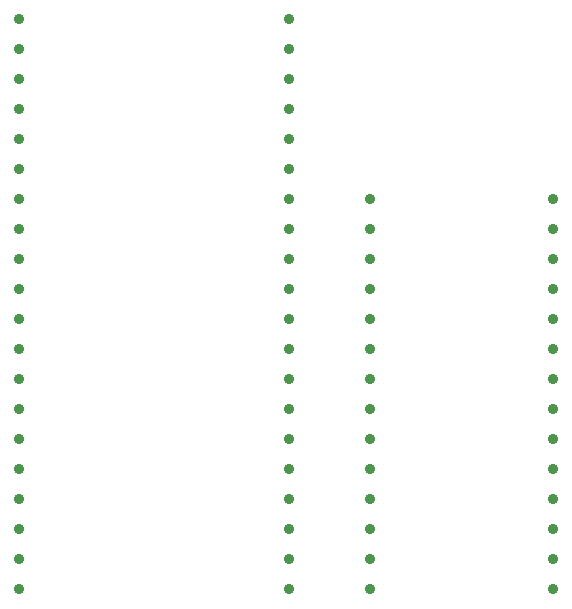
<source format=gbr>
%TF.GenerationSoftware,KiCad,Pcbnew,(5.1.5-0-10_14)*%
%TF.CreationDate,2020-11-02T12:03:16-05:00*%
%TF.ProjectId,programmer,70726f67-7261-46d6-9d65-722e6b696361,rev?*%
%TF.SameCoordinates,Original*%
%TF.FileFunction,Plated,1,2,PTH,Drill*%
%TF.FilePolarity,Positive*%
%FSLAX46Y46*%
G04 Gerber Fmt 4.6, Leading zero omitted, Abs format (unit mm)*
G04 Created by KiCad (PCBNEW (5.1.5-0-10_14)) date 2020-11-02 12:03:16*
%MOMM*%
%LPD*%
G04 APERTURE LIST*
%TA.AperFunction,ComponentDrill*%
%ADD10C,0.870000*%
%TD*%
%TA.AperFunction,ComponentDrill*%
%ADD11C,0.900000*%
%TD*%
G04 APERTURE END LIST*
D10*
%TO.C,U2*%
X82518250Y-97663000D03*
X82518250Y-100203000D03*
X82518250Y-102743000D03*
X82518250Y-105283000D03*
X82518250Y-107823000D03*
X82518250Y-110363000D03*
X82518250Y-112903000D03*
X82518250Y-115443000D03*
X82518250Y-117983000D03*
X82518250Y-120523000D03*
X82518250Y-123063000D03*
X82518250Y-125603000D03*
X82518250Y-128143000D03*
X82518250Y-130683000D03*
X98075750Y-97663000D03*
X98075750Y-100203000D03*
X98075750Y-102743000D03*
X98075750Y-105283000D03*
X98075750Y-107823000D03*
X98075750Y-110363000D03*
X98075750Y-112903000D03*
X98075750Y-115443000D03*
X98075750Y-117983000D03*
X98075750Y-120523000D03*
X98075750Y-123063000D03*
X98075750Y-125603000D03*
X98075750Y-128143000D03*
X98075750Y-130683000D03*
D11*
%TO.C,U1*%
X52832000Y-82423000D03*
X52832000Y-84963000D03*
X52832000Y-87503000D03*
X52832000Y-90043000D03*
X52832000Y-92583000D03*
X52832000Y-95123000D03*
X52832000Y-97663000D03*
X52832000Y-100203000D03*
X52832000Y-102743000D03*
X52832000Y-105283000D03*
X52832000Y-107823000D03*
X52832000Y-110363000D03*
X52832000Y-112903000D03*
X52832000Y-115443000D03*
X52832000Y-117983000D03*
X52832000Y-120523000D03*
X52832000Y-123063000D03*
X52832000Y-125603000D03*
X52832000Y-128143000D03*
X52832000Y-130683000D03*
X75692000Y-82423000D03*
X75692000Y-84963000D03*
X75692000Y-87503000D03*
X75692000Y-90043000D03*
X75692000Y-92583000D03*
X75692000Y-95123000D03*
X75692000Y-97663000D03*
X75692000Y-100203000D03*
X75692000Y-102743000D03*
X75692000Y-105283000D03*
X75692000Y-107823000D03*
X75692000Y-110363000D03*
X75692000Y-112903000D03*
X75692000Y-115443000D03*
X75692000Y-117983000D03*
X75692000Y-120523000D03*
X75692000Y-123063000D03*
X75692000Y-125603000D03*
X75692000Y-128143000D03*
X75692000Y-130683000D03*
M02*

</source>
